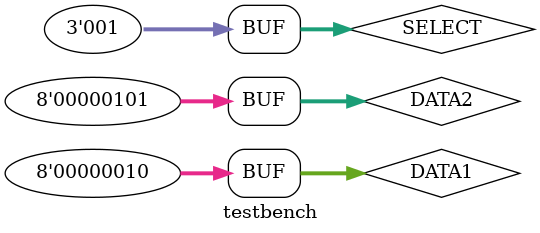
<source format=v>
/*
Group 43
Thisen Lakdinu, Shashika sathsarani
Microprocessor implementation part-1 test case.
Date:-20/05/2025
*/

/*
Refer "Documnetation file for details about the code implementation."
*/

`include "alu.v"        //both files has to be in a one folder so we can import it using this syntax.

module testbench();
    reg[7:0] DATA1, DATA2;      //Act as like a veriable to store the data
    reg[2:0] SELECT;
    wire[7:0] RESULT;           //hellp to carryout the signal

    alu a3(DATA1, DATA2, RESULT, SELECT);       //

    initial 
    begin
        $monitor("Time:=%0d DATA1:-%b DATA2:-%b RESULT:-%b SELECT:-%b",$time,DATA1, DATA2, RESULT, SELECT);     //Give outputs to the terminal.
        $dumpfile("ALU.vcd");                                                       //vcd file generate.
        $dumpvars(0, testbench);                                                    //only testbench varibles will be recorded.

        DATA1 = 8'b00000011; DATA2 = 8'b00000001; SELECT = 3'b000;                  //Testing the module
        #10 DATA1 = 8'b00000011; DATA2 = 8'b00000001; SELECT = 3'b001;
        #20 DATA1 = 8'b00000011; DATA2 = 8'b00000001; SELECT = 3'b010;
        #30 DATA1 = 8'b00000011; DATA2 = 8'b00000001; SELECT = 3'b011;
        #40 DATA1 = 8'b00000010; DATA2 = 8'b00000101; SELECT = 3'b001;
        
    end

endmodule
</source>
